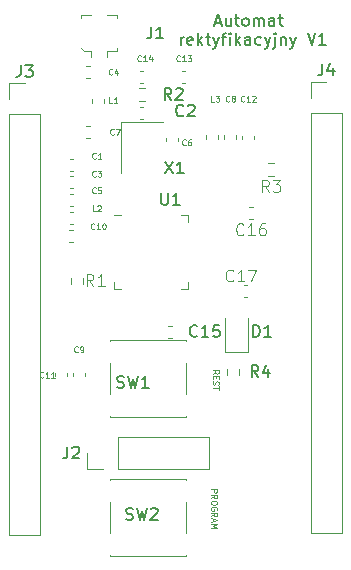
<source format=gbr>
%TF.GenerationSoftware,KiCad,Pcbnew,(6.0.4)*%
%TF.CreationDate,2022-06-13T20:22:48+02:00*%
%TF.ProjectId,Stamp,5374616d-702e-46b6-9963-61645f706362,rev?*%
%TF.SameCoordinates,Original*%
%TF.FileFunction,Legend,Top*%
%TF.FilePolarity,Positive*%
%FSLAX46Y46*%
G04 Gerber Fmt 4.6, Leading zero omitted, Abs format (unit mm)*
G04 Created by KiCad (PCBNEW (6.0.4)) date 2022-06-13 20:22:48*
%MOMM*%
%LPD*%
G01*
G04 APERTURE LIST*
%ADD10C,0.150000*%
%ADD11C,0.125000*%
%ADD12C,0.120000*%
G04 APERTURE END LIST*
D10*
X98512714Y-95246666D02*
X98988904Y-95246666D01*
X98417476Y-95532380D02*
X98750809Y-94532380D01*
X99084142Y-95532380D01*
X99846047Y-94865714D02*
X99846047Y-95532380D01*
X99417476Y-94865714D02*
X99417476Y-95389523D01*
X99465095Y-95484761D01*
X99560333Y-95532380D01*
X99703190Y-95532380D01*
X99798428Y-95484761D01*
X99846047Y-95437142D01*
X100179380Y-94865714D02*
X100560333Y-94865714D01*
X100322238Y-94532380D02*
X100322238Y-95389523D01*
X100369857Y-95484761D01*
X100465095Y-95532380D01*
X100560333Y-95532380D01*
X101036523Y-95532380D02*
X100941285Y-95484761D01*
X100893666Y-95437142D01*
X100846047Y-95341904D01*
X100846047Y-95056190D01*
X100893666Y-94960952D01*
X100941285Y-94913333D01*
X101036523Y-94865714D01*
X101179380Y-94865714D01*
X101274619Y-94913333D01*
X101322238Y-94960952D01*
X101369857Y-95056190D01*
X101369857Y-95341904D01*
X101322238Y-95437142D01*
X101274619Y-95484761D01*
X101179380Y-95532380D01*
X101036523Y-95532380D01*
X101798428Y-95532380D02*
X101798428Y-94865714D01*
X101798428Y-94960952D02*
X101846047Y-94913333D01*
X101941285Y-94865714D01*
X102084142Y-94865714D01*
X102179380Y-94913333D01*
X102227000Y-95008571D01*
X102227000Y-95532380D01*
X102227000Y-95008571D02*
X102274619Y-94913333D01*
X102369857Y-94865714D01*
X102512714Y-94865714D01*
X102607952Y-94913333D01*
X102655571Y-95008571D01*
X102655571Y-95532380D01*
X103560333Y-95532380D02*
X103560333Y-95008571D01*
X103512714Y-94913333D01*
X103417476Y-94865714D01*
X103227000Y-94865714D01*
X103131761Y-94913333D01*
X103560333Y-95484761D02*
X103465095Y-95532380D01*
X103227000Y-95532380D01*
X103131761Y-95484761D01*
X103084142Y-95389523D01*
X103084142Y-95294285D01*
X103131761Y-95199047D01*
X103227000Y-95151428D01*
X103465095Y-95151428D01*
X103560333Y-95103809D01*
X103893666Y-94865714D02*
X104274619Y-94865714D01*
X104036523Y-94532380D02*
X104036523Y-95389523D01*
X104084142Y-95484761D01*
X104179380Y-95532380D01*
X104274619Y-95532380D01*
X95607952Y-97142380D02*
X95607952Y-96475714D01*
X95607952Y-96666190D02*
X95655571Y-96570952D01*
X95703190Y-96523333D01*
X95798428Y-96475714D01*
X95893666Y-96475714D01*
X96607952Y-97094761D02*
X96512714Y-97142380D01*
X96322238Y-97142380D01*
X96227000Y-97094761D01*
X96179380Y-96999523D01*
X96179380Y-96618571D01*
X96227000Y-96523333D01*
X96322238Y-96475714D01*
X96512714Y-96475714D01*
X96607952Y-96523333D01*
X96655571Y-96618571D01*
X96655571Y-96713809D01*
X96179380Y-96809047D01*
X97084142Y-97142380D02*
X97084142Y-96142380D01*
X97179380Y-96761428D02*
X97465095Y-97142380D01*
X97465095Y-96475714D02*
X97084142Y-96856666D01*
X97750809Y-96475714D02*
X98131761Y-96475714D01*
X97893666Y-96142380D02*
X97893666Y-96999523D01*
X97941285Y-97094761D01*
X98036523Y-97142380D01*
X98131761Y-97142380D01*
X98369857Y-96475714D02*
X98607952Y-97142380D01*
X98846047Y-96475714D02*
X98607952Y-97142380D01*
X98512714Y-97380476D01*
X98465095Y-97428095D01*
X98369857Y-97475714D01*
X99084142Y-96475714D02*
X99465095Y-96475714D01*
X99227000Y-97142380D02*
X99227000Y-96285238D01*
X99274619Y-96190000D01*
X99369857Y-96142380D01*
X99465095Y-96142380D01*
X99798428Y-97142380D02*
X99798428Y-96475714D01*
X99798428Y-96142380D02*
X99750809Y-96190000D01*
X99798428Y-96237619D01*
X99846047Y-96190000D01*
X99798428Y-96142380D01*
X99798428Y-96237619D01*
X100274619Y-97142380D02*
X100274619Y-96142380D01*
X100369857Y-96761428D02*
X100655571Y-97142380D01*
X100655571Y-96475714D02*
X100274619Y-96856666D01*
X101512714Y-97142380D02*
X101512714Y-96618571D01*
X101465095Y-96523333D01*
X101369857Y-96475714D01*
X101179380Y-96475714D01*
X101084142Y-96523333D01*
X101512714Y-97094761D02*
X101417476Y-97142380D01*
X101179380Y-97142380D01*
X101084142Y-97094761D01*
X101036523Y-96999523D01*
X101036523Y-96904285D01*
X101084142Y-96809047D01*
X101179380Y-96761428D01*
X101417476Y-96761428D01*
X101512714Y-96713809D01*
X102417476Y-97094761D02*
X102322238Y-97142380D01*
X102131761Y-97142380D01*
X102036523Y-97094761D01*
X101988904Y-97047142D01*
X101941285Y-96951904D01*
X101941285Y-96666190D01*
X101988904Y-96570952D01*
X102036523Y-96523333D01*
X102131761Y-96475714D01*
X102322238Y-96475714D01*
X102417476Y-96523333D01*
X102750809Y-96475714D02*
X102988904Y-97142380D01*
X103227000Y-96475714D02*
X102988904Y-97142380D01*
X102893666Y-97380476D01*
X102846047Y-97428095D01*
X102750809Y-97475714D01*
X103607952Y-96475714D02*
X103607952Y-97332857D01*
X103560333Y-97428095D01*
X103465095Y-97475714D01*
X103417476Y-97475714D01*
X103607952Y-96142380D02*
X103560333Y-96190000D01*
X103607952Y-96237619D01*
X103655571Y-96190000D01*
X103607952Y-96142380D01*
X103607952Y-96237619D01*
X104084142Y-96475714D02*
X104084142Y-97142380D01*
X104084142Y-96570952D02*
X104131761Y-96523333D01*
X104227000Y-96475714D01*
X104369857Y-96475714D01*
X104465095Y-96523333D01*
X104512714Y-96618571D01*
X104512714Y-97142380D01*
X104893666Y-96475714D02*
X105131761Y-97142380D01*
X105369857Y-96475714D02*
X105131761Y-97142380D01*
X105036523Y-97380476D01*
X104988904Y-97428095D01*
X104893666Y-97475714D01*
X106369857Y-96142380D02*
X106703190Y-97142380D01*
X107036523Y-96142380D01*
X107893666Y-97142380D02*
X107322238Y-97142380D01*
X107607952Y-97142380D02*
X107607952Y-96142380D01*
X107512714Y-96285238D01*
X107417476Y-96380476D01*
X107322238Y-96428095D01*
D11*
X98325809Y-124976000D02*
X98563904Y-124809333D01*
X98325809Y-124690285D02*
X98825809Y-124690285D01*
X98825809Y-124880761D01*
X98802000Y-124928380D01*
X98778190Y-124952190D01*
X98730571Y-124976000D01*
X98659142Y-124976000D01*
X98611523Y-124952190D01*
X98587714Y-124928380D01*
X98563904Y-124880761D01*
X98563904Y-124690285D01*
X98587714Y-125190285D02*
X98587714Y-125356952D01*
X98325809Y-125428380D02*
X98325809Y-125190285D01*
X98825809Y-125190285D01*
X98825809Y-125428380D01*
X98349619Y-125618857D02*
X98325809Y-125690285D01*
X98325809Y-125809333D01*
X98349619Y-125856952D01*
X98373428Y-125880761D01*
X98421047Y-125904571D01*
X98468666Y-125904571D01*
X98516285Y-125880761D01*
X98540095Y-125856952D01*
X98563904Y-125809333D01*
X98587714Y-125714095D01*
X98611523Y-125666476D01*
X98635333Y-125642666D01*
X98682952Y-125618857D01*
X98730571Y-125618857D01*
X98778190Y-125642666D01*
X98802000Y-125666476D01*
X98825809Y-125714095D01*
X98825809Y-125833142D01*
X98802000Y-125904571D01*
X98825809Y-126047428D02*
X98825809Y-126333142D01*
X98325809Y-126190285D02*
X98825809Y-126190285D01*
X98198809Y-134755142D02*
X98698809Y-134755142D01*
X98698809Y-134945619D01*
X98675000Y-134993238D01*
X98651190Y-135017047D01*
X98603571Y-135040857D01*
X98532142Y-135040857D01*
X98484523Y-135017047D01*
X98460714Y-134993238D01*
X98436904Y-134945619D01*
X98436904Y-134755142D01*
X98198809Y-135540857D02*
X98436904Y-135374190D01*
X98198809Y-135255142D02*
X98698809Y-135255142D01*
X98698809Y-135445619D01*
X98675000Y-135493238D01*
X98651190Y-135517047D01*
X98603571Y-135540857D01*
X98532142Y-135540857D01*
X98484523Y-135517047D01*
X98460714Y-135493238D01*
X98436904Y-135445619D01*
X98436904Y-135255142D01*
X98698809Y-135850380D02*
X98698809Y-135945619D01*
X98675000Y-135993238D01*
X98627380Y-136040857D01*
X98532142Y-136064666D01*
X98365476Y-136064666D01*
X98270238Y-136040857D01*
X98222619Y-135993238D01*
X98198809Y-135945619D01*
X98198809Y-135850380D01*
X98222619Y-135802761D01*
X98270238Y-135755142D01*
X98365476Y-135731333D01*
X98532142Y-135731333D01*
X98627380Y-135755142D01*
X98675000Y-135802761D01*
X98698809Y-135850380D01*
X98675000Y-136540857D02*
X98698809Y-136493238D01*
X98698809Y-136421809D01*
X98675000Y-136350380D01*
X98627380Y-136302761D01*
X98579761Y-136278952D01*
X98484523Y-136255142D01*
X98413095Y-136255142D01*
X98317857Y-136278952D01*
X98270238Y-136302761D01*
X98222619Y-136350380D01*
X98198809Y-136421809D01*
X98198809Y-136469428D01*
X98222619Y-136540857D01*
X98246428Y-136564666D01*
X98413095Y-136564666D01*
X98413095Y-136469428D01*
X98198809Y-137064666D02*
X98436904Y-136898000D01*
X98198809Y-136778952D02*
X98698809Y-136778952D01*
X98698809Y-136969428D01*
X98675000Y-137017047D01*
X98651190Y-137040857D01*
X98603571Y-137064666D01*
X98532142Y-137064666D01*
X98484523Y-137040857D01*
X98460714Y-137017047D01*
X98436904Y-136969428D01*
X98436904Y-136778952D01*
X98341666Y-137255142D02*
X98341666Y-137493238D01*
X98198809Y-137207523D02*
X98698809Y-137374190D01*
X98198809Y-137540857D01*
X98198809Y-137707523D02*
X98698809Y-137707523D01*
X98341666Y-137874190D01*
X98698809Y-138040857D01*
X98198809Y-138040857D01*
D10*
%TO.C,R4*%
X102195333Y-125269880D02*
X101862000Y-124793690D01*
X101623904Y-125269880D02*
X101623904Y-124269880D01*
X102004857Y-124269880D01*
X102100095Y-124317500D01*
X102147714Y-124365119D01*
X102195333Y-124460357D01*
X102195333Y-124603214D01*
X102147714Y-124698452D01*
X102100095Y-124746071D01*
X102004857Y-124793690D01*
X101623904Y-124793690D01*
X103052476Y-124603214D02*
X103052476Y-125269880D01*
X102814380Y-124222261D02*
X102576285Y-124936547D01*
X103195333Y-124936547D01*
D11*
%TO.C,C1*%
X88435666Y-106731571D02*
X88411857Y-106755380D01*
X88340428Y-106779190D01*
X88292809Y-106779190D01*
X88221380Y-106755380D01*
X88173761Y-106707761D01*
X88149952Y-106660142D01*
X88126142Y-106564904D01*
X88126142Y-106493476D01*
X88149952Y-106398238D01*
X88173761Y-106350619D01*
X88221380Y-106303000D01*
X88292809Y-106279190D01*
X88340428Y-106279190D01*
X88411857Y-106303000D01*
X88435666Y-106326809D01*
X88911857Y-106779190D02*
X88626142Y-106779190D01*
X88769000Y-106779190D02*
X88769000Y-106279190D01*
X88721380Y-106350619D01*
X88673761Y-106398238D01*
X88626142Y-106422047D01*
%TO.C,C9*%
X86911666Y-123114571D02*
X86887857Y-123138380D01*
X86816428Y-123162190D01*
X86768809Y-123162190D01*
X86697380Y-123138380D01*
X86649761Y-123090761D01*
X86625952Y-123043142D01*
X86602142Y-122947904D01*
X86602142Y-122876476D01*
X86625952Y-122781238D01*
X86649761Y-122733619D01*
X86697380Y-122686000D01*
X86768809Y-122662190D01*
X86816428Y-122662190D01*
X86887857Y-122686000D01*
X86911666Y-122709809D01*
X87149761Y-123162190D02*
X87245000Y-123162190D01*
X87292619Y-123138380D01*
X87316428Y-123114571D01*
X87364047Y-123043142D01*
X87387857Y-122947904D01*
X87387857Y-122757428D01*
X87364047Y-122709809D01*
X87340238Y-122686000D01*
X87292619Y-122662190D01*
X87197380Y-122662190D01*
X87149761Y-122686000D01*
X87125952Y-122709809D01*
X87102142Y-122757428D01*
X87102142Y-122876476D01*
X87125952Y-122924095D01*
X87149761Y-122947904D01*
X87197380Y-122971714D01*
X87292619Y-122971714D01*
X87340238Y-122947904D01*
X87364047Y-122924095D01*
X87387857Y-122876476D01*
D10*
%TO.C,SW1*%
X90233666Y-126134761D02*
X90376523Y-126182380D01*
X90614619Y-126182380D01*
X90709857Y-126134761D01*
X90757476Y-126087142D01*
X90805095Y-125991904D01*
X90805095Y-125896666D01*
X90757476Y-125801428D01*
X90709857Y-125753809D01*
X90614619Y-125706190D01*
X90424142Y-125658571D01*
X90328904Y-125610952D01*
X90281285Y-125563333D01*
X90233666Y-125468095D01*
X90233666Y-125372857D01*
X90281285Y-125277619D01*
X90328904Y-125230000D01*
X90424142Y-125182380D01*
X90662238Y-125182380D01*
X90805095Y-125230000D01*
X91138428Y-125182380D02*
X91376523Y-126182380D01*
X91567000Y-125468095D01*
X91757476Y-126182380D01*
X91995571Y-125182380D01*
X92900333Y-126182380D02*
X92328904Y-126182380D01*
X92614619Y-126182380D02*
X92614619Y-125182380D01*
X92519380Y-125325238D01*
X92424142Y-125420476D01*
X92328904Y-125468095D01*
%TO.C,J4*%
X107616666Y-98727380D02*
X107616666Y-99441666D01*
X107569047Y-99584523D01*
X107473809Y-99679761D01*
X107330952Y-99727380D01*
X107235714Y-99727380D01*
X108521428Y-99060714D02*
X108521428Y-99727380D01*
X108283333Y-98679761D02*
X108045238Y-99394047D01*
X108664285Y-99394047D01*
%TO.C,SW2*%
X90995666Y-137310761D02*
X91138523Y-137358380D01*
X91376619Y-137358380D01*
X91471857Y-137310761D01*
X91519476Y-137263142D01*
X91567095Y-137167904D01*
X91567095Y-137072666D01*
X91519476Y-136977428D01*
X91471857Y-136929809D01*
X91376619Y-136882190D01*
X91186142Y-136834571D01*
X91090904Y-136786952D01*
X91043285Y-136739333D01*
X90995666Y-136644095D01*
X90995666Y-136548857D01*
X91043285Y-136453619D01*
X91090904Y-136406000D01*
X91186142Y-136358380D01*
X91424238Y-136358380D01*
X91567095Y-136406000D01*
X91900428Y-136358380D02*
X92138523Y-137358380D01*
X92329000Y-136644095D01*
X92519476Y-137358380D01*
X92757571Y-136358380D01*
X93090904Y-136453619D02*
X93138523Y-136406000D01*
X93233761Y-136358380D01*
X93471857Y-136358380D01*
X93567095Y-136406000D01*
X93614714Y-136453619D01*
X93662333Y-136548857D01*
X93662333Y-136644095D01*
X93614714Y-136786952D01*
X93043285Y-137358380D01*
X93662333Y-137358380D01*
D11*
%TO.C,R1*%
X88225333Y-117546380D02*
X87892000Y-117070190D01*
X87653904Y-117546380D02*
X87653904Y-116546380D01*
X88034857Y-116546380D01*
X88130095Y-116594000D01*
X88177714Y-116641619D01*
X88225333Y-116736857D01*
X88225333Y-116879714D01*
X88177714Y-116974952D01*
X88130095Y-117022571D01*
X88034857Y-117070190D01*
X87653904Y-117070190D01*
X89177714Y-117546380D02*
X88606285Y-117546380D01*
X88892000Y-117546380D02*
X88892000Y-116546380D01*
X88796761Y-116689238D01*
X88701523Y-116784476D01*
X88606285Y-116832095D01*
%TO.C,R3*%
X103084333Y-109578380D02*
X102751000Y-109102190D01*
X102512904Y-109578380D02*
X102512904Y-108578380D01*
X102893857Y-108578380D01*
X102989095Y-108626000D01*
X103036714Y-108673619D01*
X103084333Y-108768857D01*
X103084333Y-108911714D01*
X103036714Y-109006952D01*
X102989095Y-109054571D01*
X102893857Y-109102190D01*
X102512904Y-109102190D01*
X103417666Y-108578380D02*
X104036714Y-108578380D01*
X103703380Y-108959333D01*
X103846238Y-108959333D01*
X103941476Y-109006952D01*
X103989095Y-109054571D01*
X104036714Y-109149809D01*
X104036714Y-109387904D01*
X103989095Y-109483142D01*
X103941476Y-109530761D01*
X103846238Y-109578380D01*
X103560523Y-109578380D01*
X103465285Y-109530761D01*
X103417666Y-109483142D01*
%TO.C,C7*%
X89959666Y-104699571D02*
X89935857Y-104723380D01*
X89864428Y-104747190D01*
X89816809Y-104747190D01*
X89745380Y-104723380D01*
X89697761Y-104675761D01*
X89673952Y-104628142D01*
X89650142Y-104532904D01*
X89650142Y-104461476D01*
X89673952Y-104366238D01*
X89697761Y-104318619D01*
X89745380Y-104271000D01*
X89816809Y-104247190D01*
X89864428Y-104247190D01*
X89935857Y-104271000D01*
X89959666Y-104294809D01*
X90126333Y-104247190D02*
X90459666Y-104247190D01*
X90245380Y-104747190D01*
%TO.C,C5*%
X88435666Y-109652571D02*
X88411857Y-109676380D01*
X88340428Y-109700190D01*
X88292809Y-109700190D01*
X88221380Y-109676380D01*
X88173761Y-109628761D01*
X88149952Y-109581142D01*
X88126142Y-109485904D01*
X88126142Y-109414476D01*
X88149952Y-109319238D01*
X88173761Y-109271619D01*
X88221380Y-109224000D01*
X88292809Y-109200190D01*
X88340428Y-109200190D01*
X88411857Y-109224000D01*
X88435666Y-109247809D01*
X88888047Y-109200190D02*
X88649952Y-109200190D01*
X88626142Y-109438285D01*
X88649952Y-109414476D01*
X88697571Y-109390666D01*
X88816619Y-109390666D01*
X88864238Y-109414476D01*
X88888047Y-109438285D01*
X88911857Y-109485904D01*
X88911857Y-109604952D01*
X88888047Y-109652571D01*
X88864238Y-109676380D01*
X88816619Y-109700190D01*
X88697571Y-109700190D01*
X88649952Y-109676380D01*
X88626142Y-109652571D01*
D10*
%TO.C,C15*%
X97020142Y-121769142D02*
X96972523Y-121816761D01*
X96829666Y-121864380D01*
X96734428Y-121864380D01*
X96591571Y-121816761D01*
X96496333Y-121721523D01*
X96448714Y-121626285D01*
X96401095Y-121435809D01*
X96401095Y-121292952D01*
X96448714Y-121102476D01*
X96496333Y-121007238D01*
X96591571Y-120912000D01*
X96734428Y-120864380D01*
X96829666Y-120864380D01*
X96972523Y-120912000D01*
X97020142Y-120959619D01*
X97972523Y-121864380D02*
X97401095Y-121864380D01*
X97686809Y-121864380D02*
X97686809Y-120864380D01*
X97591571Y-121007238D01*
X97496333Y-121102476D01*
X97401095Y-121150095D01*
X98877285Y-120864380D02*
X98401095Y-120864380D01*
X98353476Y-121340571D01*
X98401095Y-121292952D01*
X98496333Y-121245333D01*
X98734428Y-121245333D01*
X98829666Y-121292952D01*
X98877285Y-121340571D01*
X98924904Y-121435809D01*
X98924904Y-121673904D01*
X98877285Y-121769142D01*
X98829666Y-121816761D01*
X98734428Y-121864380D01*
X98496333Y-121864380D01*
X98401095Y-121816761D01*
X98353476Y-121769142D01*
D11*
%TO.C,C4*%
X89832666Y-99619571D02*
X89808857Y-99643380D01*
X89737428Y-99667190D01*
X89689809Y-99667190D01*
X89618380Y-99643380D01*
X89570761Y-99595761D01*
X89546952Y-99548142D01*
X89523142Y-99452904D01*
X89523142Y-99381476D01*
X89546952Y-99286238D01*
X89570761Y-99238619D01*
X89618380Y-99191000D01*
X89689809Y-99167190D01*
X89737428Y-99167190D01*
X89808857Y-99191000D01*
X89832666Y-99214809D01*
X90261238Y-99333857D02*
X90261238Y-99667190D01*
X90142190Y-99143380D02*
X90023142Y-99500523D01*
X90332666Y-99500523D01*
%TO.C,L2*%
X88435666Y-111224190D02*
X88197571Y-111224190D01*
X88197571Y-110724190D01*
X88578523Y-110771809D02*
X88602333Y-110748000D01*
X88649952Y-110724190D01*
X88769000Y-110724190D01*
X88816619Y-110748000D01*
X88840428Y-110771809D01*
X88864238Y-110819428D01*
X88864238Y-110867047D01*
X88840428Y-110938476D01*
X88554714Y-111224190D01*
X88864238Y-111224190D01*
D10*
%TO.C,J2*%
X86026666Y-131151380D02*
X86026666Y-131865666D01*
X85979047Y-132008523D01*
X85883809Y-132103761D01*
X85740952Y-132151380D01*
X85645714Y-132151380D01*
X86455238Y-131246619D02*
X86502857Y-131199000D01*
X86598095Y-131151380D01*
X86836190Y-131151380D01*
X86931428Y-131199000D01*
X86979047Y-131246619D01*
X87026666Y-131341857D01*
X87026666Y-131437095D01*
X86979047Y-131579952D01*
X86407619Y-132151380D01*
X87026666Y-132151380D01*
%TO.C,D1*%
X101750904Y-121864380D02*
X101750904Y-120864380D01*
X101989000Y-120864380D01*
X102131857Y-120912000D01*
X102227095Y-121007238D01*
X102274714Y-121102476D01*
X102322333Y-121292952D01*
X102322333Y-121435809D01*
X102274714Y-121626285D01*
X102227095Y-121721523D01*
X102131857Y-121816761D01*
X101989000Y-121864380D01*
X101750904Y-121864380D01*
X103274714Y-121864380D02*
X102703285Y-121864380D01*
X102989000Y-121864380D02*
X102989000Y-120864380D01*
X102893761Y-121007238D01*
X102798523Y-121102476D01*
X102703285Y-121150095D01*
D11*
%TO.C,C6*%
X96055666Y-105588571D02*
X96031857Y-105612380D01*
X95960428Y-105636190D01*
X95912809Y-105636190D01*
X95841380Y-105612380D01*
X95793761Y-105564761D01*
X95769952Y-105517142D01*
X95746142Y-105421904D01*
X95746142Y-105350476D01*
X95769952Y-105255238D01*
X95793761Y-105207619D01*
X95841380Y-105160000D01*
X95912809Y-105136190D01*
X95960428Y-105136190D01*
X96031857Y-105160000D01*
X96055666Y-105183809D01*
X96484238Y-105136190D02*
X96389000Y-105136190D01*
X96341380Y-105160000D01*
X96317571Y-105183809D01*
X96269952Y-105255238D01*
X96246142Y-105350476D01*
X96246142Y-105540952D01*
X96269952Y-105588571D01*
X96293761Y-105612380D01*
X96341380Y-105636190D01*
X96436619Y-105636190D01*
X96484238Y-105612380D01*
X96508047Y-105588571D01*
X96531857Y-105540952D01*
X96531857Y-105421904D01*
X96508047Y-105374285D01*
X96484238Y-105350476D01*
X96436619Y-105326666D01*
X96341380Y-105326666D01*
X96293761Y-105350476D01*
X96269952Y-105374285D01*
X96246142Y-105421904D01*
%TO.C,C3*%
X88435666Y-108255571D02*
X88411857Y-108279380D01*
X88340428Y-108303190D01*
X88292809Y-108303190D01*
X88221380Y-108279380D01*
X88173761Y-108231761D01*
X88149952Y-108184142D01*
X88126142Y-108088904D01*
X88126142Y-108017476D01*
X88149952Y-107922238D01*
X88173761Y-107874619D01*
X88221380Y-107827000D01*
X88292809Y-107803190D01*
X88340428Y-107803190D01*
X88411857Y-107827000D01*
X88435666Y-107850809D01*
X88602333Y-107803190D02*
X88911857Y-107803190D01*
X88745190Y-107993666D01*
X88816619Y-107993666D01*
X88864238Y-108017476D01*
X88888047Y-108041285D01*
X88911857Y-108088904D01*
X88911857Y-108207952D01*
X88888047Y-108255571D01*
X88864238Y-108279380D01*
X88816619Y-108303190D01*
X88673761Y-108303190D01*
X88626142Y-108279380D01*
X88602333Y-108255571D01*
%TO.C,C11*%
X84006571Y-125273571D02*
X83982761Y-125297380D01*
X83911333Y-125321190D01*
X83863714Y-125321190D01*
X83792285Y-125297380D01*
X83744666Y-125249761D01*
X83720857Y-125202142D01*
X83697047Y-125106904D01*
X83697047Y-125035476D01*
X83720857Y-124940238D01*
X83744666Y-124892619D01*
X83792285Y-124845000D01*
X83863714Y-124821190D01*
X83911333Y-124821190D01*
X83982761Y-124845000D01*
X84006571Y-124868809D01*
X84482761Y-125321190D02*
X84197047Y-125321190D01*
X84339904Y-125321190D02*
X84339904Y-124821190D01*
X84292285Y-124892619D01*
X84244666Y-124940238D01*
X84197047Y-124964047D01*
X84958952Y-125321190D02*
X84673238Y-125321190D01*
X84816095Y-125321190D02*
X84816095Y-124821190D01*
X84768476Y-124892619D01*
X84720857Y-124940238D01*
X84673238Y-124964047D01*
%TO.C,C17*%
X100068142Y-117070142D02*
X100020523Y-117117761D01*
X99877666Y-117165380D01*
X99782428Y-117165380D01*
X99639571Y-117117761D01*
X99544333Y-117022523D01*
X99496714Y-116927285D01*
X99449095Y-116736809D01*
X99449095Y-116593952D01*
X99496714Y-116403476D01*
X99544333Y-116308238D01*
X99639571Y-116213000D01*
X99782428Y-116165380D01*
X99877666Y-116165380D01*
X100020523Y-116213000D01*
X100068142Y-116260619D01*
X101020523Y-117165380D02*
X100449095Y-117165380D01*
X100734809Y-117165380D02*
X100734809Y-116165380D01*
X100639571Y-116308238D01*
X100544333Y-116403476D01*
X100449095Y-116451095D01*
X101353857Y-116165380D02*
X102020523Y-116165380D01*
X101591952Y-117165380D01*
%TO.C,C8*%
X99738666Y-101905571D02*
X99714857Y-101929380D01*
X99643428Y-101953190D01*
X99595809Y-101953190D01*
X99524380Y-101929380D01*
X99476761Y-101881761D01*
X99452952Y-101834142D01*
X99429142Y-101738904D01*
X99429142Y-101667476D01*
X99452952Y-101572238D01*
X99476761Y-101524619D01*
X99524380Y-101477000D01*
X99595809Y-101453190D01*
X99643428Y-101453190D01*
X99714857Y-101477000D01*
X99738666Y-101500809D01*
X100024380Y-101667476D02*
X99976761Y-101643666D01*
X99952952Y-101619857D01*
X99929142Y-101572238D01*
X99929142Y-101548428D01*
X99952952Y-101500809D01*
X99976761Y-101477000D01*
X100024380Y-101453190D01*
X100119619Y-101453190D01*
X100167238Y-101477000D01*
X100191047Y-101500809D01*
X100214857Y-101548428D01*
X100214857Y-101572238D01*
X100191047Y-101619857D01*
X100167238Y-101643666D01*
X100119619Y-101667476D01*
X100024380Y-101667476D01*
X99976761Y-101691285D01*
X99952952Y-101715095D01*
X99929142Y-101762714D01*
X99929142Y-101857952D01*
X99952952Y-101905571D01*
X99976761Y-101929380D01*
X100024380Y-101953190D01*
X100119619Y-101953190D01*
X100167238Y-101929380D01*
X100191047Y-101905571D01*
X100214857Y-101857952D01*
X100214857Y-101762714D01*
X100191047Y-101715095D01*
X100167238Y-101691285D01*
X100119619Y-101667476D01*
D10*
%TO.C,J1*%
X93138666Y-95591380D02*
X93138666Y-96305666D01*
X93091047Y-96448523D01*
X92995809Y-96543761D01*
X92852952Y-96591380D01*
X92757714Y-96591380D01*
X94138666Y-96591380D02*
X93567238Y-96591380D01*
X93852952Y-96591380D02*
X93852952Y-95591380D01*
X93757714Y-95734238D01*
X93662476Y-95829476D01*
X93567238Y-95877095D01*
%TO.C,R2*%
X94829333Y-101798380D02*
X94496000Y-101322190D01*
X94257904Y-101798380D02*
X94257904Y-100798380D01*
X94638857Y-100798380D01*
X94734095Y-100846000D01*
X94781714Y-100893619D01*
X94829333Y-100988857D01*
X94829333Y-101131714D01*
X94781714Y-101226952D01*
X94734095Y-101274571D01*
X94638857Y-101322190D01*
X94257904Y-101322190D01*
X95210285Y-100893619D02*
X95257904Y-100846000D01*
X95353142Y-100798380D01*
X95591238Y-100798380D01*
X95686476Y-100846000D01*
X95734095Y-100893619D01*
X95781714Y-100988857D01*
X95781714Y-101084095D01*
X95734095Y-101226952D01*
X95162666Y-101798380D01*
X95781714Y-101798380D01*
%TO.C,X1*%
X94313476Y-107021380D02*
X94980142Y-108021380D01*
X94980142Y-107021380D02*
X94313476Y-108021380D01*
X95884904Y-108021380D02*
X95313476Y-108021380D01*
X95599190Y-108021380D02*
X95599190Y-107021380D01*
X95503952Y-107164238D01*
X95408714Y-107259476D01*
X95313476Y-107307095D01*
D11*
%TO.C,C13*%
X95563571Y-98476571D02*
X95539761Y-98500380D01*
X95468333Y-98524190D01*
X95420714Y-98524190D01*
X95349285Y-98500380D01*
X95301666Y-98452761D01*
X95277857Y-98405142D01*
X95254047Y-98309904D01*
X95254047Y-98238476D01*
X95277857Y-98143238D01*
X95301666Y-98095619D01*
X95349285Y-98048000D01*
X95420714Y-98024190D01*
X95468333Y-98024190D01*
X95539761Y-98048000D01*
X95563571Y-98071809D01*
X96039761Y-98524190D02*
X95754047Y-98524190D01*
X95896904Y-98524190D02*
X95896904Y-98024190D01*
X95849285Y-98095619D01*
X95801666Y-98143238D01*
X95754047Y-98167047D01*
X96206428Y-98024190D02*
X96515952Y-98024190D01*
X96349285Y-98214666D01*
X96420714Y-98214666D01*
X96468333Y-98238476D01*
X96492142Y-98262285D01*
X96515952Y-98309904D01*
X96515952Y-98428952D01*
X96492142Y-98476571D01*
X96468333Y-98500380D01*
X96420714Y-98524190D01*
X96277857Y-98524190D01*
X96230238Y-98500380D01*
X96206428Y-98476571D01*
%TO.C,C16*%
X100930642Y-113166142D02*
X100883023Y-113213761D01*
X100740166Y-113261380D01*
X100644928Y-113261380D01*
X100502071Y-113213761D01*
X100406833Y-113118523D01*
X100359214Y-113023285D01*
X100311595Y-112832809D01*
X100311595Y-112689952D01*
X100359214Y-112499476D01*
X100406833Y-112404238D01*
X100502071Y-112309000D01*
X100644928Y-112261380D01*
X100740166Y-112261380D01*
X100883023Y-112309000D01*
X100930642Y-112356619D01*
X101883023Y-113261380D02*
X101311595Y-113261380D01*
X101597309Y-113261380D02*
X101597309Y-112261380D01*
X101502071Y-112404238D01*
X101406833Y-112499476D01*
X101311595Y-112547095D01*
X102740166Y-112261380D02*
X102549690Y-112261380D01*
X102454452Y-112309000D01*
X102406833Y-112356619D01*
X102311595Y-112499476D01*
X102263976Y-112689952D01*
X102263976Y-113070904D01*
X102311595Y-113166142D01*
X102359214Y-113213761D01*
X102454452Y-113261380D01*
X102644928Y-113261380D01*
X102740166Y-113213761D01*
X102787785Y-113166142D01*
X102835404Y-113070904D01*
X102835404Y-112832809D01*
X102787785Y-112737571D01*
X102740166Y-112689952D01*
X102644928Y-112642333D01*
X102454452Y-112642333D01*
X102359214Y-112689952D01*
X102311595Y-112737571D01*
X102263976Y-112832809D01*
%TO.C,L3*%
X98468666Y-101953190D02*
X98230571Y-101953190D01*
X98230571Y-101453190D01*
X98587714Y-101453190D02*
X98897238Y-101453190D01*
X98730571Y-101643666D01*
X98802000Y-101643666D01*
X98849619Y-101667476D01*
X98873428Y-101691285D01*
X98897238Y-101738904D01*
X98897238Y-101857952D01*
X98873428Y-101905571D01*
X98849619Y-101929380D01*
X98802000Y-101953190D01*
X98659142Y-101953190D01*
X98611523Y-101929380D01*
X98587714Y-101905571D01*
%TO.C,C12*%
X101024571Y-101905571D02*
X101000761Y-101929380D01*
X100929333Y-101953190D01*
X100881714Y-101953190D01*
X100810285Y-101929380D01*
X100762666Y-101881761D01*
X100738857Y-101834142D01*
X100715047Y-101738904D01*
X100715047Y-101667476D01*
X100738857Y-101572238D01*
X100762666Y-101524619D01*
X100810285Y-101477000D01*
X100881714Y-101453190D01*
X100929333Y-101453190D01*
X101000761Y-101477000D01*
X101024571Y-101500809D01*
X101500761Y-101953190D02*
X101215047Y-101953190D01*
X101357904Y-101953190D02*
X101357904Y-101453190D01*
X101310285Y-101524619D01*
X101262666Y-101572238D01*
X101215047Y-101596047D01*
X101691238Y-101500809D02*
X101715047Y-101477000D01*
X101762666Y-101453190D01*
X101881714Y-101453190D01*
X101929333Y-101477000D01*
X101953142Y-101500809D01*
X101976952Y-101548428D01*
X101976952Y-101596047D01*
X101953142Y-101667476D01*
X101667428Y-101953190D01*
X101976952Y-101953190D01*
D10*
%TO.C,J3*%
X82089666Y-98849380D02*
X82089666Y-99563666D01*
X82042047Y-99706523D01*
X81946809Y-99801761D01*
X81803952Y-99849380D01*
X81708714Y-99849380D01*
X82470619Y-98849380D02*
X83089666Y-98849380D01*
X82756333Y-99230333D01*
X82899190Y-99230333D01*
X82994428Y-99277952D01*
X83042047Y-99325571D01*
X83089666Y-99420809D01*
X83089666Y-99658904D01*
X83042047Y-99754142D01*
X82994428Y-99801761D01*
X82899190Y-99849380D01*
X82613476Y-99849380D01*
X82518238Y-99801761D01*
X82470619Y-99754142D01*
%TO.C,U1*%
X93980095Y-109688380D02*
X93980095Y-110497904D01*
X94027714Y-110593142D01*
X94075333Y-110640761D01*
X94170571Y-110688380D01*
X94361047Y-110688380D01*
X94456285Y-110640761D01*
X94503904Y-110593142D01*
X94551523Y-110497904D01*
X94551523Y-109688380D01*
X95551523Y-110688380D02*
X94980095Y-110688380D01*
X95265809Y-110688380D02*
X95265809Y-109688380D01*
X95170571Y-109831238D01*
X95075333Y-109926476D01*
X94980095Y-109974095D01*
D11*
%TO.C,C10*%
X88324571Y-112700571D02*
X88300761Y-112724380D01*
X88229333Y-112748190D01*
X88181714Y-112748190D01*
X88110285Y-112724380D01*
X88062666Y-112676761D01*
X88038857Y-112629142D01*
X88015047Y-112533904D01*
X88015047Y-112462476D01*
X88038857Y-112367238D01*
X88062666Y-112319619D01*
X88110285Y-112272000D01*
X88181714Y-112248190D01*
X88229333Y-112248190D01*
X88300761Y-112272000D01*
X88324571Y-112295809D01*
X88800761Y-112748190D02*
X88515047Y-112748190D01*
X88657904Y-112748190D02*
X88657904Y-112248190D01*
X88610285Y-112319619D01*
X88562666Y-112367238D01*
X88515047Y-112391047D01*
X89110285Y-112248190D02*
X89157904Y-112248190D01*
X89205523Y-112272000D01*
X89229333Y-112295809D01*
X89253142Y-112343428D01*
X89276952Y-112438666D01*
X89276952Y-112557714D01*
X89253142Y-112652952D01*
X89229333Y-112700571D01*
X89205523Y-112724380D01*
X89157904Y-112748190D01*
X89110285Y-112748190D01*
X89062666Y-112724380D01*
X89038857Y-112700571D01*
X89015047Y-112652952D01*
X88991238Y-112557714D01*
X88991238Y-112438666D01*
X89015047Y-112343428D01*
X89038857Y-112295809D01*
X89062666Y-112272000D01*
X89110285Y-112248190D01*
%TO.C,C14*%
X92261571Y-98476571D02*
X92237761Y-98500380D01*
X92166333Y-98524190D01*
X92118714Y-98524190D01*
X92047285Y-98500380D01*
X91999666Y-98452761D01*
X91975857Y-98405142D01*
X91952047Y-98309904D01*
X91952047Y-98238476D01*
X91975857Y-98143238D01*
X91999666Y-98095619D01*
X92047285Y-98048000D01*
X92118714Y-98024190D01*
X92166333Y-98024190D01*
X92237761Y-98048000D01*
X92261571Y-98071809D01*
X92737761Y-98524190D02*
X92452047Y-98524190D01*
X92594904Y-98524190D02*
X92594904Y-98024190D01*
X92547285Y-98095619D01*
X92499666Y-98143238D01*
X92452047Y-98167047D01*
X93166333Y-98190857D02*
X93166333Y-98524190D01*
X93047285Y-98000380D02*
X92928238Y-98357523D01*
X93237761Y-98357523D01*
%TO.C,L1*%
X89832666Y-102080190D02*
X89594571Y-102080190D01*
X89594571Y-101580190D01*
X90261238Y-102080190D02*
X89975523Y-102080190D01*
X90118380Y-102080190D02*
X90118380Y-101580190D01*
X90070761Y-101651619D01*
X90023142Y-101699238D01*
X89975523Y-101723047D01*
D10*
%TO.C,C2*%
X95845333Y-103100142D02*
X95797714Y-103147761D01*
X95654857Y-103195380D01*
X95559619Y-103195380D01*
X95416761Y-103147761D01*
X95321523Y-103052523D01*
X95273904Y-102957285D01*
X95226285Y-102766809D01*
X95226285Y-102623952D01*
X95273904Y-102433476D01*
X95321523Y-102338238D01*
X95416761Y-102243000D01*
X95559619Y-102195380D01*
X95654857Y-102195380D01*
X95797714Y-102243000D01*
X95845333Y-102290619D01*
X96226285Y-102290619D02*
X96273904Y-102243000D01*
X96369142Y-102195380D01*
X96607238Y-102195380D01*
X96702476Y-102243000D01*
X96750095Y-102290619D01*
X96797714Y-102385857D01*
X96797714Y-102481095D01*
X96750095Y-102623952D01*
X96178666Y-103195380D01*
X96797714Y-103195380D01*
D12*
%TO.C,R4*%
X99553500Y-125072224D02*
X99553500Y-124562776D01*
X100598500Y-125072224D02*
X100598500Y-124562776D01*
%TO.C,C1*%
X86518767Y-106805000D02*
X86226233Y-106805000D01*
X86518767Y-107825000D02*
X86226233Y-107825000D01*
%TO.C,C9*%
X86485000Y-125214767D02*
X86485000Y-124922233D01*
X87505000Y-125214767D02*
X87505000Y-124922233D01*
%TO.C,SW1*%
X96105000Y-128615000D02*
X89645000Y-128615000D01*
X96105000Y-126685000D02*
X96105000Y-124085000D01*
X89645000Y-126685000D02*
X89645000Y-124085000D01*
X89645000Y-128615000D02*
X89645000Y-128585000D01*
X96105000Y-122155000D02*
X89645000Y-122155000D01*
X96105000Y-122155000D02*
X96105000Y-122185000D01*
X89645000Y-122155000D02*
X89645000Y-122185000D01*
X96105000Y-128585000D02*
X96105000Y-128615000D01*
%TO.C,J4*%
X106620000Y-101605000D02*
X106620000Y-100275000D01*
X106620000Y-102875000D02*
X109280000Y-102875000D01*
X106620000Y-102875000D02*
X106620000Y-138495000D01*
X109280000Y-102875000D02*
X109280000Y-138495000D01*
X106620000Y-138495000D02*
X109280000Y-138495000D01*
X106620000Y-100275000D02*
X107950000Y-100275000D01*
%TO.C,SW2*%
X89607000Y-133930000D02*
X96067000Y-133930000D01*
X89607000Y-140390000D02*
X89607000Y-140360000D01*
X89607000Y-135860000D02*
X89607000Y-138460000D01*
X96067000Y-133930000D02*
X96067000Y-133960000D01*
X96067000Y-135860000D02*
X96067000Y-138460000D01*
X89607000Y-140390000D02*
X96067000Y-140390000D01*
X96067000Y-140390000D02*
X96067000Y-140360000D01*
X89607000Y-133960000D02*
X89607000Y-133930000D01*
%TO.C,R1*%
X86345500Y-116862776D02*
X86345500Y-117372224D01*
X87390500Y-116862776D02*
X87390500Y-117372224D01*
%TO.C,R3*%
X103505724Y-108218500D02*
X102996276Y-108218500D01*
X103505724Y-107173500D02*
X102996276Y-107173500D01*
%TO.C,C7*%
X87637233Y-105031000D02*
X87929767Y-105031000D01*
X87637233Y-104011000D02*
X87929767Y-104011000D01*
%TO.C,C5*%
X86518767Y-109726000D02*
X86226233Y-109726000D01*
X86518767Y-110746000D02*
X86226233Y-110746000D01*
%TO.C,C15*%
X94861767Y-121922000D02*
X94569233Y-121922000D01*
X94861767Y-120902000D02*
X94569233Y-120902000D01*
%TO.C,C4*%
X87637233Y-99951000D02*
X87929767Y-99951000D01*
X87637233Y-98931000D02*
X87929767Y-98931000D01*
%TO.C,L2*%
X86174733Y-112774000D02*
X86517267Y-112774000D01*
X86174733Y-113794000D02*
X86517267Y-113794000D01*
%TO.C,J2*%
X90307000Y-130369000D02*
X97987000Y-130369000D01*
X90307000Y-133029000D02*
X90307000Y-130369000D01*
X87707000Y-133029000D02*
X87707000Y-131699000D01*
X89037000Y-133029000D02*
X87707000Y-133029000D01*
X97987000Y-133029000D02*
X97987000Y-130369000D01*
X90307000Y-133029000D02*
X97987000Y-133029000D01*
%TO.C,D1*%
X99370000Y-120294000D02*
X99370000Y-123154000D01*
X99370000Y-123154000D02*
X101290000Y-123154000D01*
X101290000Y-123154000D02*
X101290000Y-120294000D01*
%TO.C,C6*%
X94359000Y-104983233D02*
X94359000Y-105275767D01*
X95379000Y-104983233D02*
X95379000Y-105275767D01*
%TO.C,C3*%
X86518767Y-109222000D02*
X86226233Y-109222000D01*
X86518767Y-108202000D02*
X86226233Y-108202000D01*
%TO.C,C11*%
X85981000Y-125214767D02*
X85981000Y-124922233D01*
X84961000Y-125214767D02*
X84961000Y-124922233D01*
%TO.C,C17*%
X100972233Y-118493000D02*
X101264767Y-118493000D01*
X100972233Y-117473000D02*
X101264767Y-117473000D01*
%TO.C,C8*%
X100332000Y-104782233D02*
X100332000Y-105074767D01*
X99312000Y-104782233D02*
X99312000Y-105074767D01*
%TO.C,J1*%
X90224000Y-94639000D02*
X90224000Y-94839000D01*
X90224000Y-97439000D02*
X90224000Y-97639000D01*
X89424000Y-94639000D02*
X90224000Y-94639000D01*
X87424000Y-97639000D02*
X87224000Y-97439000D01*
X89424000Y-97639000D02*
X89424000Y-98139000D01*
X87224000Y-94639000D02*
X88024000Y-94639000D01*
X90224000Y-97639000D02*
X89424000Y-97639000D01*
X88024000Y-97639000D02*
X88024000Y-98139000D01*
X87224000Y-94839000D02*
X87224000Y-94639000D01*
X88024000Y-97639000D02*
X87424000Y-97639000D01*
%TO.C,R2*%
X92583724Y-100823500D02*
X92074276Y-100823500D01*
X92583724Y-101868500D02*
X92074276Y-101868500D01*
%TO.C,X1*%
X94093000Y-103659000D02*
X90593000Y-103659000D01*
X90593000Y-103659000D02*
X90593000Y-107959000D01*
%TO.C,C13*%
X96004767Y-99312000D02*
X95712233Y-99312000D01*
X96004767Y-100332000D02*
X95712233Y-100332000D01*
%TO.C,C16*%
X101719767Y-111889000D02*
X101427233Y-111889000D01*
X101719767Y-110869000D02*
X101427233Y-110869000D01*
%TO.C,L3*%
X97788000Y-104744733D02*
X97788000Y-105087267D01*
X98808000Y-104744733D02*
X98808000Y-105087267D01*
%TO.C,C12*%
X100836000Y-104856233D02*
X100836000Y-105148767D01*
X101856000Y-104856233D02*
X101856000Y-105148767D01*
%TO.C,J3*%
X83753000Y-102997000D02*
X83753000Y-138617000D01*
X81093000Y-101727000D02*
X81093000Y-100397000D01*
X81093000Y-102997000D02*
X81093000Y-138617000D01*
X81093000Y-102997000D02*
X83753000Y-102997000D01*
X81093000Y-100397000D02*
X82423000Y-100397000D01*
X81093000Y-138617000D02*
X83753000Y-138617000D01*
%TO.C,U1*%
X90531000Y-117791000D02*
X89981000Y-117791000D01*
X90531000Y-111571000D02*
X89981000Y-111571000D01*
X96201000Y-117791000D02*
X96201000Y-117241000D01*
X95651000Y-117791000D02*
X96201000Y-117791000D01*
X96201000Y-111571000D02*
X96201000Y-112121000D01*
X95651000Y-111571000D02*
X96201000Y-111571000D01*
X89981000Y-117791000D02*
X89981000Y-117241000D01*
%TO.C,C10*%
X86518767Y-111250000D02*
X86226233Y-111250000D01*
X86518767Y-112270000D02*
X86226233Y-112270000D01*
%TO.C,C14*%
X92448767Y-100332000D02*
X92156233Y-100332000D01*
X92448767Y-99312000D02*
X92156233Y-99312000D01*
%TO.C,L1*%
X89156000Y-101682733D02*
X89156000Y-102025267D01*
X88136000Y-101682733D02*
X88136000Y-102025267D01*
%TO.C,C2*%
X92448767Y-102360000D02*
X92156233Y-102360000D01*
X92448767Y-103380000D02*
X92156233Y-103380000D01*
%TD*%
M02*

</source>
